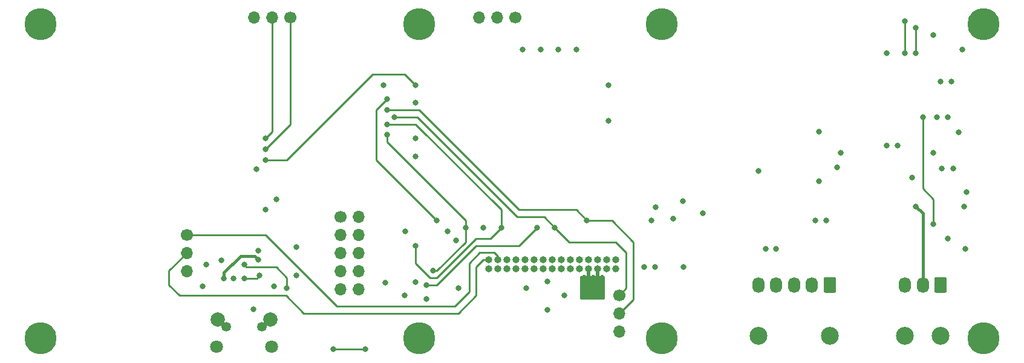
<source format=gbr>
G04 #@! TF.GenerationSoftware,KiCad,Pcbnew,6.0.0-unknown-772dff7~100~ubuntu18.04.1*
G04 #@! TF.CreationDate,2019-07-09T14:46:37+08:00*
G04 #@! TF.ProjectId,backpack,6261636b-7061-4636-9b2e-6b696361645f,rev?*
G04 #@! TF.SameCoordinates,Original*
G04 #@! TF.FileFunction,Copper,L4,Bot*
G04 #@! TF.FilePolarity,Positive*
%FSLAX46Y46*%
G04 Gerber Fmt 4.6, Leading zero omitted, Abs format (unit mm)*
G04 Created by KiCad (PCBNEW 6.0.0-unknown-772dff7~100~ubuntu18.04.1) date 2019-07-09 14:46:37*
%MOMM*%
%LPD*%
G04 APERTURE LIST*
%ADD10O,1.000000X1.000000*%
%ADD11C,1.000000*%
%ADD12O,1.700000X1.700000*%
%ADD13C,1.700000*%
%ADD14C,1.350000*%
%ADD15C,1.800000*%
%ADD16C,2.000000*%
%ADD17C,2.500000*%
%ADD18O,1.700000X2.200000*%
%ADD19C,0.100000*%
%ADD20C,4.500000*%
%ADD21C,0.800000*%
%ADD22C,0.250000*%
%ADD23C,0.400000*%
%ADD24C,0.254000*%
G04 APERTURE END LIST*
D10*
X145720000Y-106000000D03*
X145720000Y-107270000D03*
X146990000Y-106000000D03*
X146990000Y-107270000D03*
X148260000Y-106000000D03*
X148260000Y-107270000D03*
X149530000Y-106000000D03*
X149530000Y-107270000D03*
X150800000Y-106000000D03*
X150800000Y-107270000D03*
X152070000Y-106000000D03*
X152070000Y-107270000D03*
X153340000Y-106000000D03*
X153340000Y-107270000D03*
X154610000Y-106000000D03*
X154610000Y-107270000D03*
X155880000Y-106000000D03*
X155880000Y-107270000D03*
X157150000Y-106000000D03*
X157150000Y-107270000D03*
X158420000Y-106000000D03*
X158420000Y-107270000D03*
X159690000Y-106000000D03*
X159690000Y-107270000D03*
X160960000Y-106000000D03*
X160960000Y-107270000D03*
X162230000Y-106000000D03*
X162230000Y-107270000D03*
X163500000Y-106000000D03*
D11*
X163500000Y-107270000D03*
D12*
X164000000Y-116080000D03*
X164000000Y-113540000D03*
D13*
X164000000Y-111000000D03*
D12*
X127540000Y-110160000D03*
X125000000Y-110160000D03*
X127540000Y-107620000D03*
X125000000Y-107620000D03*
X127540000Y-105080000D03*
X125000000Y-105080000D03*
X127540000Y-102540000D03*
X125000000Y-102540000D03*
X127540000Y-100000000D03*
D13*
X125000000Y-100000000D03*
D12*
X112920000Y-72000000D03*
X115460000Y-72000000D03*
D13*
X118000000Y-72000000D03*
D12*
X144420000Y-72000000D03*
X146960000Y-72000000D03*
D13*
X149500000Y-72000000D03*
D14*
X114000000Y-115400000D03*
X109000000Y-115400000D03*
D15*
X115375000Y-118150000D03*
X107625000Y-118150000D03*
D16*
X115225000Y-114350000D03*
X107775000Y-114350000D03*
D12*
X103500000Y-107580000D03*
X103500000Y-105040000D03*
D13*
X103500000Y-102500000D03*
D17*
X204000000Y-116680000D03*
X209000000Y-116680000D03*
D18*
X204000000Y-109500000D03*
X206500000Y-109500000D03*
D19*
G36*
X209695671Y-108419030D02*
G01*
X209776777Y-108473223D01*
X209830970Y-108554329D01*
X209850000Y-108650000D01*
X209850000Y-110350000D01*
X209830970Y-110445671D01*
X209776777Y-110526777D01*
X209695671Y-110580970D01*
X209600000Y-110600000D01*
X208400000Y-110600000D01*
X208304329Y-110580970D01*
X208223223Y-110526777D01*
X208169030Y-110445671D01*
X208150000Y-110350000D01*
X208150000Y-108650000D01*
X208169030Y-108554329D01*
X208223223Y-108473223D01*
X208304329Y-108419030D01*
X208400000Y-108400000D01*
X209600000Y-108400000D01*
X209695671Y-108419030D01*
X209695671Y-108419030D01*
G37*
D13*
X209000000Y-109500000D03*
D20*
X170000000Y-117000000D03*
X136000000Y-117000000D03*
X170000000Y-73000000D03*
X136000000Y-73000000D03*
D17*
X183500000Y-116680000D03*
X193500000Y-116680000D03*
D18*
X183500000Y-109500000D03*
X186000000Y-109500000D03*
X188500000Y-109500000D03*
X191000000Y-109500000D03*
D19*
G36*
X194195671Y-108419030D02*
G01*
X194276777Y-108473223D01*
X194330970Y-108554329D01*
X194350000Y-108650000D01*
X194350000Y-110350000D01*
X194330970Y-110445671D01*
X194276777Y-110526777D01*
X194195671Y-110580970D01*
X194100000Y-110600000D01*
X192900000Y-110600000D01*
X192804329Y-110580970D01*
X192723223Y-110526777D01*
X192669030Y-110445671D01*
X192650000Y-110350000D01*
X192650000Y-108650000D01*
X192669030Y-108554329D01*
X192723223Y-108473223D01*
X192804329Y-108419030D01*
X192900000Y-108400000D01*
X194100000Y-108400000D01*
X194195671Y-108419030D01*
X194195671Y-108419030D01*
G37*
D13*
X193500000Y-109500000D03*
D20*
X215000000Y-117000000D03*
X215000000Y-73000000D03*
X83000000Y-117000000D03*
X83000000Y-73000000D03*
D21*
X186000000Y-104500000D03*
X184500000Y-104500000D03*
X206500000Y-86000000D03*
X208000000Y-101000000D03*
X205500000Y-98500000D03*
X208000000Y-91000000D03*
X212500000Y-104500000D03*
X210000000Y-103000000D03*
X210800000Y-93200000D03*
X211500000Y-88100000D03*
X209200000Y-93200000D03*
X212300000Y-98500000D03*
X212600000Y-96500000D03*
X205000000Y-94500000D03*
X210000000Y-86000000D03*
X208500000Y-86000000D03*
X193000000Y-100500000D03*
X191500000Y-100500000D03*
X203000000Y-90000000D03*
X201500000Y-90000000D03*
X195000000Y-91000000D03*
X212000000Y-76500000D03*
X210500000Y-81000000D03*
X209000000Y-81000000D03*
X208000000Y-74500000D03*
X201500000Y-77000000D03*
X204000000Y-72500000D03*
X204000000Y-77000000D03*
X205500000Y-73500000D03*
X205500000Y-77000000D03*
X169100000Y-98600000D03*
X194500000Y-93000000D03*
X192000000Y-88000000D03*
X192000000Y-95000000D03*
X183500000Y-93500000D03*
X175700000Y-99500000D03*
X168500000Y-100500000D03*
X169000000Y-107000000D03*
X167500000Y-107000000D03*
X113250000Y-93250000D03*
X135500000Y-81500000D03*
X114500000Y-92000000D03*
X114500000Y-99000000D03*
X116000000Y-97500000D03*
X114500000Y-90500000D03*
X114500000Y-89000000D03*
X131000000Y-81500000D03*
X131500000Y-83500000D03*
X131500000Y-88500000D03*
X131500000Y-85000000D03*
X132500000Y-86000000D03*
X131500000Y-87000000D03*
X137000000Y-111500000D03*
X141200000Y-103300000D03*
X137000000Y-109500000D03*
X138000000Y-107500000D03*
X138500000Y-100500000D03*
X135500000Y-104000000D03*
X135500000Y-109100000D03*
X160250000Y-110500000D03*
X161500000Y-111000000D03*
X159000000Y-111000000D03*
X159500000Y-100500000D03*
X155000000Y-101500000D03*
X152500000Y-101500000D03*
X147500000Y-101500000D03*
X142500000Y-101500000D03*
X135500000Y-91500000D03*
X135500000Y-89000000D03*
X135500000Y-84000000D03*
X150500000Y-76500000D03*
X153000000Y-76500000D03*
X155500000Y-76500000D03*
X158000000Y-76500000D03*
X162500000Y-81500000D03*
X162500000Y-86500000D03*
X145000000Y-101500000D03*
X156300000Y-111000000D03*
X171600000Y-100200000D03*
X172900000Y-97800000D03*
X134100000Y-102000000D03*
X131300000Y-109200000D03*
X134000000Y-111000000D03*
X151000000Y-110000000D03*
X140000000Y-102000000D03*
X141500000Y-110000000D03*
X173000000Y-107000000D03*
X154000000Y-113000000D03*
X154000000Y-109000000D03*
X106200000Y-106700000D03*
X105712500Y-109712500D03*
X108300000Y-106100000D03*
X113500000Y-104700000D03*
X113500000Y-106000000D03*
X108700000Y-108600000D03*
X113700000Y-108200000D03*
X111500000Y-108600000D03*
X118800000Y-104200000D03*
X118800000Y-108200000D03*
X115700000Y-109700000D03*
X110000000Y-108600000D03*
X111500000Y-106700000D03*
X117500000Y-110000000D03*
X124000000Y-118500000D03*
X128500000Y-118500000D03*
X112800000Y-112900000D03*
D22*
X206500000Y-96000000D02*
X206500000Y-86000000D01*
X208000000Y-97500000D02*
X206500000Y-96000000D01*
X208000000Y-101000000D02*
X208000000Y-97500000D01*
D23*
X206500000Y-99500000D02*
X205500000Y-98500000D01*
X206500000Y-109500000D02*
X206500000Y-99500000D01*
D22*
X204000000Y-77000000D02*
X204000000Y-72500000D01*
X205500000Y-77000000D02*
X205500000Y-73500000D01*
X166000000Y-111540000D02*
X166000000Y-103500000D01*
X166000000Y-103500000D02*
X163000000Y-100500000D01*
X164000000Y-113540000D02*
X166000000Y-111540000D01*
X163000000Y-100500000D02*
X159500000Y-100500000D01*
X135500000Y-81500000D02*
X134000000Y-80000000D01*
X134000000Y-80000000D02*
X129500000Y-80000000D01*
X129500000Y-80000000D02*
X117500000Y-92000000D01*
X117500000Y-92000000D02*
X114500000Y-92000000D01*
X114500000Y-90500000D02*
X118000000Y-87000000D01*
X118000000Y-87000000D02*
X118000000Y-72000000D01*
X114500000Y-89000000D02*
X115460000Y-88040000D01*
X115460000Y-88040000D02*
X115460000Y-72000000D01*
X130000000Y-85000000D02*
X131500000Y-83500000D01*
X130000000Y-85500000D02*
X130000000Y-85000000D01*
X138500000Y-100500000D02*
X130000000Y-92000000D01*
X130000000Y-92000000D02*
X130000000Y-85500000D01*
X142500000Y-100500000D02*
X131500000Y-89500000D01*
X131500000Y-89500000D02*
X131500000Y-88500000D01*
X142500000Y-101500000D02*
X142500000Y-100500000D01*
X136000000Y-85000000D02*
X150000000Y-99000000D01*
X131500000Y-85000000D02*
X136000000Y-85000000D01*
X150000000Y-99000000D02*
X158000000Y-99000000D01*
X158000000Y-99000000D02*
X159500000Y-100500000D01*
X135750000Y-86000000D02*
X149750000Y-100000000D01*
X132500000Y-86000000D02*
X135750000Y-86000000D01*
X149750000Y-100000000D02*
X153500000Y-100000000D01*
X153500000Y-100000000D02*
X155000000Y-101500000D01*
X135500000Y-87000000D02*
X147500000Y-99000000D01*
X131500000Y-87000000D02*
X135500000Y-87000000D01*
X147500000Y-99000000D02*
X147500000Y-101500000D01*
X165000000Y-110000000D02*
X165000000Y-105000000D01*
X163500000Y-103500000D02*
X157000000Y-103500000D01*
X164000000Y-111000000D02*
X165000000Y-110000000D01*
X165000000Y-105000000D02*
X163500000Y-103500000D01*
X157000000Y-103500000D02*
X155000000Y-101500000D01*
X144000000Y-103000000D02*
X146000000Y-103000000D01*
X146000000Y-103000000D02*
X147500000Y-101500000D01*
X138500000Y-108500000D02*
X144000000Y-103000000D01*
X137500000Y-108500000D02*
X138500000Y-108500000D01*
X135500000Y-106500000D02*
X137500000Y-108500000D01*
X135500000Y-104000000D02*
X135500000Y-106500000D01*
X144000000Y-104000000D02*
X150000000Y-104000000D01*
X138500000Y-109500000D02*
X144000000Y-104000000D01*
X137000000Y-109500000D02*
X138500000Y-109500000D01*
X150000000Y-104000000D02*
X152500000Y-101500000D01*
X138000000Y-107500000D02*
X138500000Y-107500000D01*
X142500000Y-103500000D02*
X142500000Y-101500000D01*
X138500000Y-107500000D02*
X142500000Y-103500000D01*
X160250000Y-110500000D02*
X159690000Y-109940000D01*
X159690000Y-109940000D02*
X159690000Y-107270000D01*
X160960000Y-110460000D02*
X161500000Y-111000000D01*
X160960000Y-107270000D02*
X160960000Y-110460000D01*
X159690000Y-110310000D02*
X159000000Y-111000000D01*
X159690000Y-107270000D02*
X159690000Y-110310000D01*
X104000000Y-102500000D02*
X103500000Y-102500000D01*
X113700000Y-108200000D02*
X113300000Y-108600000D01*
X113300000Y-108600000D02*
X111500000Y-108600000D01*
X114500000Y-102500000D02*
X103500000Y-102500000D01*
X124500000Y-112500000D02*
X114500000Y-102500000D01*
X141000000Y-112500000D02*
X124500000Y-112500000D01*
X146990000Y-105490000D02*
X146500000Y-105000000D01*
X143000000Y-110500000D02*
X141000000Y-112500000D01*
X146990000Y-106000000D02*
X146990000Y-105490000D01*
X146500000Y-105000000D02*
X144500000Y-105000000D01*
X144500000Y-105000000D02*
X143000000Y-106500000D01*
X143000000Y-106500000D02*
X143000000Y-110500000D01*
D23*
X113000000Y-105500000D02*
X113500000Y-106000000D01*
X111000000Y-105500000D02*
X113000000Y-105500000D01*
X108700000Y-108600000D02*
X108700000Y-107800000D01*
X108700000Y-107800000D02*
X111000000Y-105500000D01*
D22*
X111500000Y-106700000D02*
X111800000Y-107000000D01*
X111800000Y-107000000D02*
X116000000Y-107000000D01*
X116000000Y-107000000D02*
X117500000Y-108500000D01*
X117500000Y-108500000D02*
X117500000Y-110000000D01*
X145000000Y-106000000D02*
X144000000Y-107000000D01*
X145720000Y-106000000D02*
X145000000Y-106000000D01*
X144000000Y-107000000D02*
X144000000Y-111000000D01*
X144000000Y-111000000D02*
X141500000Y-113500000D01*
X124000000Y-118500000D02*
X128500000Y-118500000D01*
X101000000Y-107540000D02*
X103500000Y-105040000D01*
X101000000Y-109500000D02*
X101000000Y-107540000D01*
X102500000Y-111000000D02*
X101000000Y-109500000D01*
X117375000Y-111000000D02*
X102500000Y-111000000D01*
X141500000Y-113500000D02*
X119875000Y-113500000D01*
X119875000Y-113500000D02*
X117375000Y-111000000D01*
D24*
G36*
X159817000Y-108246298D02*
G01*
X159837161Y-108314959D01*
X159891242Y-108361821D01*
X159980708Y-108367877D01*
X160112685Y-108328030D01*
X160135599Y-108318586D01*
X160310140Y-108225782D01*
X160324969Y-108215930D01*
X160326575Y-108217029D01*
X160499802Y-108312262D01*
X160522584Y-108322026D01*
X160667599Y-108368027D01*
X160739143Y-108369571D01*
X160800164Y-108332191D01*
X160833000Y-108246972D01*
X160833000Y-107143000D01*
X161087000Y-107143000D01*
X161087000Y-108246298D01*
X161107161Y-108314959D01*
X161161242Y-108361821D01*
X161250708Y-108367877D01*
X161382685Y-108328030D01*
X161405599Y-108318586D01*
X161580140Y-108225782D01*
X161600786Y-108212065D01*
X161605284Y-108208396D01*
X161666780Y-108251456D01*
X161689187Y-108263979D01*
X161873000Y-108343521D01*
X161873000Y-111373000D01*
X158627000Y-111373000D01*
X158627000Y-108381784D01*
X158634949Y-108380977D01*
X158660094Y-108375815D01*
X158853952Y-108315063D01*
X158877543Y-108304952D01*
X159047443Y-108210776D01*
X159056575Y-108217029D01*
X159229802Y-108312262D01*
X159252584Y-108322026D01*
X159397599Y-108368027D01*
X159469143Y-108369571D01*
X159530164Y-108332191D01*
X159563000Y-108246972D01*
X159563000Y-107143000D01*
X159817000Y-107143000D01*
X159817000Y-108246298D01*
X159817000Y-108246298D01*
G37*
X159817000Y-108246298D02*
X159837161Y-108314959D01*
X159891242Y-108361821D01*
X159980708Y-108367877D01*
X160112685Y-108328030D01*
X160135599Y-108318586D01*
X160310140Y-108225782D01*
X160324969Y-108215930D01*
X160326575Y-108217029D01*
X160499802Y-108312262D01*
X160522584Y-108322026D01*
X160667599Y-108368027D01*
X160739143Y-108369571D01*
X160800164Y-108332191D01*
X160833000Y-108246972D01*
X160833000Y-107143000D01*
X161087000Y-107143000D01*
X161087000Y-108246298D01*
X161107161Y-108314959D01*
X161161242Y-108361821D01*
X161250708Y-108367877D01*
X161382685Y-108328030D01*
X161405599Y-108318586D01*
X161580140Y-108225782D01*
X161600786Y-108212065D01*
X161605284Y-108208396D01*
X161666780Y-108251456D01*
X161689187Y-108263979D01*
X161873000Y-108343521D01*
X161873000Y-111373000D01*
X158627000Y-111373000D01*
X158627000Y-108381784D01*
X158634949Y-108380977D01*
X158660094Y-108375815D01*
X158853952Y-108315063D01*
X158877543Y-108304952D01*
X159047443Y-108210776D01*
X159056575Y-108217029D01*
X159229802Y-108312262D01*
X159252584Y-108322026D01*
X159397599Y-108368027D01*
X159469143Y-108369571D01*
X159530164Y-108332191D01*
X159563000Y-108246972D01*
X159563000Y-107143000D01*
X159817000Y-107143000D01*
X159817000Y-108246298D01*
M02*

</source>
